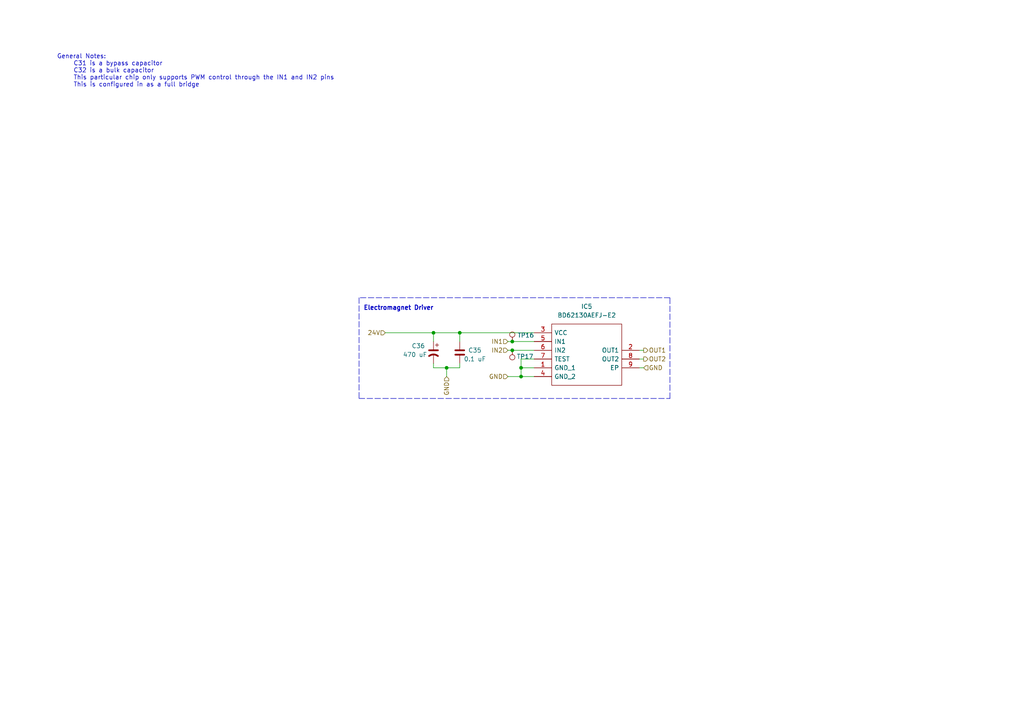
<source format=kicad_sch>
(kicad_sch (version 20211123) (generator eeschema)
  (paper "A4")
  (title_block (title "Electromagnet Subsystem") (company "The Great Gambit"))
  (lib_symbols
    (symbol "5010:5010"
      (property "Reference" "TP" (at 2.032 0.762 0))
      (symbol "5010_0_1"
        (circle (center 0 2.032) (radius 0.762))
      )
      (symbol "5010_1_1"
        (pin passive line (at 0 0 90) (length 1.27) (name "") (number ""))
      )
    )
    (symbol "BD62130AEFJ-E2:BD62130AEFJ-E2" (pin_names (offset 0.762))
      (property "Reference" "IC" (at 26.67 7.62 0))
      (property "Value" "BD62130AEFJ-E2" (at 26.67 5.08 0))
      (symbol "BD62130AEFJ-E2_0_0"
        (pin passive line (at 0 -10.16 0) (length 5.08) (name "GND_1") (number "1"))
        (pin passive line (at 30.48 -5.08 180) (length 5.08) (name "OUT1") (number "2"))
        (pin passive line (at 0 0 0) (length 5.08) (name "VCC") (number "3"))
        (pin passive line (at 0 -12.7 0) (length 5.08) (name "GND_2") (number "4"))
        (pin passive line (at 0 -2.54 0) (length 5.08) (name "IN1") (number "5"))
        (pin passive line (at 0 -5.08 0) (length 5.08) (name "IN2") (number "6"))
        (pin passive line (at 0 -7.62 0) (length 5.08) (name "TEST") (number "7"))
        (pin passive line (at 30.48 -7.62 180) (length 5.08) (name "OUT2") (number "8"))
        (pin passive line (at 30.48 -10.16 180) (length 5.08) (name "EP") (number "9"))
      )
      (symbol "BD62130AEFJ-E2_0_1"
        (polyline (pts (xy 5.08 2.54) (xy 25.4 2.54) (xy 25.4 -15.24) (xy 5.08 -15.24) (xy 5.08 2.54)) (stroke (width 0.1524)))
      )
    )
    (symbol "CL10B104KB8NNC:CL10B104KB8NNNC" (pin_numbers hide) (pin_names (offset 1.651) hide)
      (property "Reference" "C" (at 3.81 2.54 0))
      (property "Value" "CL10B104KB8NNNC" (at 3.81 -7.62 0))
      (symbol "CL10B104KB8NNNC_1_1"
        (polyline (pts (xy 2.54 -1.27) (xy 2.54 1.27)) (stroke (width 0.508)))
        (polyline (pts (xy 3.81 -1.27) (xy 3.81 1.27)) (stroke (width 0.508)))
        (pin passive line (at 0 0 0) (length 2.54) (name "1") (number "1"))
        (pin passive line (at 6.35 0 180) (length 2.54) (name "2") (number "2"))
      )
    )
    (symbol "EEE-FP1E471AP:470uF" (pin_numbers hide) (pin_names (offset 1.651) hide)
      (property "Reference" "C" (at 2.54 5.08 0))
      (property "Value" "470uF" (at 5.08 2.54 0))
      (symbol "470uF_0_1"
        (polyline (pts (xy 0.508 -1.016) (xy 1.524 -1.016)))
        (polyline (pts (xy 1.016 -1.524) (xy 1.016 -0.508)))
        (arc (start 4.191 1.27) (mid 3.753 0) (end 4.191 -1.27) (stroke (width 0.508)))
      )
      (symbol "470uF_1_1"
        (polyline (pts (xy 2.54 -1.27) (xy 2.54 1.27)) (stroke (width 0.508)))
        (pin passive line (at 0 0 0) (length 2.54) (name "") (number "1"))
        (pin passive line (at 6.35 0 180) (length 2.54) (name "") (number "2"))
      )
    )
  )
  (junction (at 133.35 96.52))
  (junction (at 151.13 106.68))
  (junction (at 148.59 101.6))
  (junction (at 129.54 106.68))
  (junction (at 148.59 99.06))
  (junction (at 151.13 109.22))
  (junction (at 125.73 96.52))
  (wire (pts (xy 147.32 99.06) (xy 148.59 99.06)))
  (wire (pts (xy 111.76 96.52) (xy 125.73 96.52)))
  (wire (pts (xy 125.73 96.52) (xy 125.73 99.06)))
  (polyline (pts (xy 135.89 86.36) (xy 104.14 86.36)))
  (wire (pts (xy 154.94 104.14) (xy 151.13 104.14)))
  (polyline (pts (xy 104.14 86.36) (xy 104.14 115.57)))
  (polyline (pts (xy 104.14 115.57) (xy 194.31 115.57)))
  (wire (pts (xy 151.13 109.22) (xy 154.94 109.22)))
  (wire (pts (xy 151.13 104.14) (xy 151.13 106.68)))
  (wire (pts (xy 133.35 105.41) (xy 133.35 106.68)))
  (wire (pts (xy 133.35 106.68) (xy 129.54 106.68)))
  (wire (pts (xy 147.32 109.22) (xy 151.13 109.22)))
  (wire (pts (xy 147.32 101.6) (xy 148.59 101.6)))
  (wire (pts (xy 185.42 106.68) (xy 186.69 106.68)))
  (wire (pts (xy 185.42 101.6) (xy 186.69 101.6)))
  (wire (pts (xy 151.13 106.68) (xy 151.13 109.22)))
  (wire (pts (xy 154.94 106.68) (xy 151.13 106.68)))
  (wire (pts (xy 133.35 96.52) (xy 133.35 99.06)))
  (wire (pts (xy 125.73 106.68) (xy 129.54 106.68)))
  (wire (pts (xy 129.54 106.68) (xy 129.54 109.22)))
  (wire (pts (xy 148.59 101.6) (xy 154.94 101.6)))
  (wire (pts (xy 133.35 96.52) (xy 154.94 96.52)))
  (polyline (pts (xy 194.31 86.36) (xy 135.89 86.36)))
  (wire (pts (xy 185.42 104.14) (xy 186.69 104.14)))
  (wire (pts (xy 125.73 105.41) (xy 125.73 106.68)))
  (polyline (pts (xy 194.31 115.57) (xy 194.31 86.36)))
  (wire (pts (xy 148.59 99.06) (xy 154.94 99.06)))
  (wire (pts (xy 133.35 96.52) (xy 125.73 96.52)))
  (text "General Notes:\n	C31 is a bypass capacitor\n	C32 is a bulk capacitor\n	This particular chip only supports PWM control through the IN1 and IN2 pins\n	This is configured in as a full bridge" (at 16.51 25.4 0) (effects (font (size 1.27 1.27)) (justify left bottom)))
  (text "Electromagnet Driver" (at 105.41 90.17 0) (effects (font (size 1.27 1.27) (thickness 0.254) bold) (justify left bottom)))
  (hierarchical_label "OUT2" (shape output) (at 186.69 104.14 0))
  (hierarchical_label "GND" (shape input) (at 186.69 106.68 0))
  (hierarchical_label "OUT1" (shape output) (at 186.69 101.6 0))
  (hierarchical_label "GND" (shape input) (at 129.54 109.22 270))
  (hierarchical_label "24V" (shape input) (at 111.76 96.52 180))
  (hierarchical_label "IN2" (shape input) (at 147.32 101.6 180))
  (hierarchical_label "GND" (shape input) (at 147.32 109.22 180))
  (hierarchical_label "IN1" (shape input) (at 147.32 99.06 180))
  (symbol (lib_id "EEE-FP1E471AP:470uF") (at 125.73 99.06 90) (mirror x) (unit 1)
    (property "Reference" "C36" (at 119.38 100.33 90) (effects (justify right)))
    (property "Value" "470 uF" (at 116.84 102.87 90) (effects (justify right)))
    (property "Footprint" "CAP_EEFK_G_PAN" (effects hide))
    (property "Datasheet" "https://industrial.panasonic.com/ww/products/pt/aluminum-cap-smd/models/EEEFP1E471AP" (effects hide))
    (property "Digikey Part Number" "PCE4440CT-ND" (effects hide))
    (property "Mouser Part Number" " 667-EEE-FP1E471AP" (effects hide))
    (property "Digikey Link" "https://www.digikey.com/en/products/detail/panasonic-electronic-components/EEE-FP1E471AP/1245939?s=N4IgTCBcDaIKIILQDEAKBGOAWA7OggqiALoC%2BQA" (effects hide))
    (property "Mouser Link" "https://www.mouser.com/ProductDetail/Panasonic/EEE-FP1E471AP?qs=d1CqaRUMZD%2FXitiaorEYaQ%3D%3D" (effects hide))
    (property "Manufacturer's Part Number" "EEE-FP1E471AP" (effects hide))
  )
  (symbol (lib_id "5010:5010") (at 148.59 99.06 0) (mirror y) (unit 1)
    (property "Reference" "TP16" (at 154.94 96.52 0) (effects (justify left top)))
    (property "Value" "TestPoint" (effects hide))
    (property "Footprint" "TestPoint:TestPoint_Keystone_5010-5014_Multipurpose" (effects hide))
    (property "Datasheet" "https://www.keyelco.com/userAssets/file/M65p56.pdf" (effects hide))
    (property "Digikey Part Number" "36-5010-ND" (effects hide))
    (property "Manufacturer's Part Number" "5010" (effects hide))
    (property "Mouser Part Number" "534-5010" (effects hide))
    (property "Digikey Link" "https://www.digikey.com/en/products/detail/keystone-electronics/5010/255332?s=N4IgTCBcDaIMwDYC0BWADARjUgcgERAF0BfIAhttps://www.digikey.com/en/products/detail/keystone-electronics/5010/255332?s=N4IgTCBcDaIMwDYC0BWADARjUgcgERAF0BfIA" (effects hide))
    (property "Mouser Link" "https://www.mouser.com/ProductDetail/Keystone-Electronics/5010?qs=qOqV1E1P08SzD%252BWfk1wMXQ%3D%3D" (effects hide))
  )
  (symbol (lib_id "BD62130AEFJ-E2:BD62130AEFJ-E2") (at 154.94 96.52 0) (unit 1)
    (property "Reference" "IC5" (at 170.18 88.9 0))
    (property "Value" "BD62130AEFJ-E2" (at 170.18 91.44 0))
    (property "Footprint" "SOIC127P600X100-9N" (effects hide))
    (property "Datasheet" "https://www.mouser.ie/datasheet/2/348/bd62130aefj-e-1596688.pdf" (effects hide))
    (property "Digikey Part Number" "BD62130AEFJ-E2CT-ND" (effects hide))
    (property "Mouser Part Number" "755-BD62130AEFJ-E2" (effects hide))
    (property "Digikey Link" "https://www.digikey.com/en/products/detail/rohm-semiconductor/BD62130AEFJ-E2/10233247?s=N4IgTCBcDaIEIBEBsYCMBmADAQQKIDEApAWlwgF0BfIA" (effects hide))
    (property "Mouser Link" "https://www.mouser.com/ProductDetail/ROHM-Semiconductor/BD62130AEFJ-E2?qs=T3oQrply3y%2F%252BXQdDoW5zkA%3D%3D" (effects hide))
    (property "Manufacturer's Part Number" "BD62130AEFJ-E2" (effects hide))
  )
  (symbol (lib_id "5010:5010") (at 148.59 101.6 0) (mirror x) (unit 1)
    (property "Reference" "TP17" (at 149.86 104.14 0) (effects (justify left top)))
    (property "Value" "TestPoint" (effects hide))
    (property "Footprint" "TestPoint:TestPoint_Keystone_5010-5014_Multipurpose" (effects hide))
    (property "Datasheet" "https://www.keyelco.com/userAssets/file/M65p56.pdf" (effects hide))
    (property "Digikey Part Number" "36-5010-ND" (effects hide))
    (property "Manufacturer's Part Number" "5010" (effects hide))
    (property "Mouser Part Number" "534-5010" (effects hide))
    (property "Digikey Link" "https://www.digikey.com/en/products/detail/keystone-electronics/5010/255332?s=N4IgTCBcDaIMwDYC0BWADARjUgcgERAF0BfIAhttps://www.digikey.com/en/products/detail/keystone-electronics/5010/255332?s=N4IgTCBcDaIMwDYC0BWADARjUgcgERAF0BfIA" (effects hide))
    (property "Mouser Link" "https://www.mouser.com/ProductDetail/Keystone-Electronics/5010?qs=qOqV1E1P08SzD%252BWfk1wMXQ%3D%3D" (effects hide))
  )
  (symbol (lib_id "CL10B104KB8NNC:CL10B104KB8NNNC") (at 133.35 99.06 90) (mirror x) (unit 1)
    (property "Reference" "C35" (at 139.7 101.6 90) (effects (justify left)))
    (property "Value" "0.1 uF" (at 140.97 104.14 90) (effects (justify left)))
    (property "Footprint" "CL10B104KB8NNNC:CL10B104KB8NNNC" (effects hide))
    (property "Datasheet" "https://media.digikey.com/pdf/Data%20Sheets/Samsung%20PDFs/CL10B104KB8NNNC_Spec.pdf" (effects hide))
    (property "Manufacturer's Part Number" "CL10B104KB8NNNC" (effects hide))
    (property "Digikey Part Number" "1276-1000-1-ND" (effects hide))
    (property "Mouser Part Number" "187-CL10B104KB8NNNC" (effects hide))
    (property "Digikey Link" "https://www.digikey.com/en/products/detail/samsung-electro-mechanics/CL10B104KB8NNNC/3886658?s=N4IgTCBcDaIMIBkCMAGAQqgLAaTQDgDki4QBdAXyA" (effects hide))
    (property "Mouser Link" "https://www.mouser.com/ProductDetail/Samsung-Electro-Mechanics/CL10B104KB8NNNC?qs=349EhDEZ59rvGc2rLwVOdA%3D%3D" (effects hide))
  )
)
</source>
